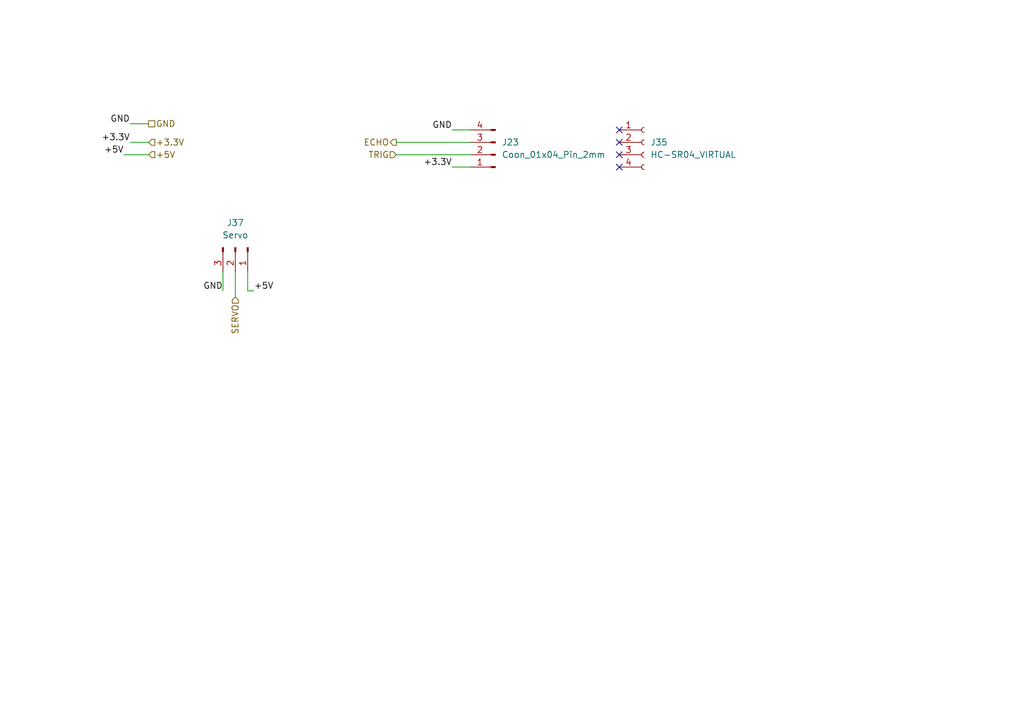
<source format=kicad_sch>
(kicad_sch (version 20231120) (generator "eeschema") (generator_version "8.0")
  (paper "A5")
  (title_block (title "Sensors") (date "2024-08-29") (rev "1.0") (company "Designed by CREPP-NLG"))
  (lib_symbols
    (symbol "CREPP_Connectors_2mm:Conn_01x04_Pin_JST" (pin_names (offset 1.016) hide)
      (property "Reference" "J" (at 0 5.08 0))
      (property "Value" "Coon_01x04_Pin_2mm" (at 0 -7.62 0))
      (symbol "Conn_01x04_Pin_JST_1_1"
        (polyline (pts (xy 1.27 -5.08) (xy 0.8636 -5.08)) (stroke (width 0.1524)))
        (polyline (pts (xy 1.27 -2.54) (xy 0.8636 -2.54)) (stroke (width 0.1524)))
        (polyline (pts (xy 1.27 0) (xy 0.8636 0)) (stroke (width 0.1524)))
        (polyline (pts (xy 1.27 2.54) (xy 0.8636 2.54)) (stroke (width 0.1524)))
        (rectangle (start 0.8636 -4.953) (end 0 -5.207) (stroke (width 0.1524)) (fill (type outline)))
        (rectangle (start 0.8636 -2.413) (end 0 -2.667) (stroke (width 0.1524)) (fill (type outline)))
        (rectangle (start 0.8636 0.127) (end 0 -0.127) (stroke (width 0.1524)) (fill (type outline)))
        (rectangle (start 0.8636 2.667) (end 0 2.413) (stroke (width 0.1524)) (fill (type outline)))
        (pin passive line (at 5.08 2.54 180) (length 3.81) (name "Pin_1") (number "1"))
        (pin passive line (at 5.08 0 180) (length 3.81) (name "Pin_2") (number "2"))
        (pin passive line (at 5.08 -2.54 180) (length 3.81) (name "Pin_3") (number "3"))
        (pin passive line (at 5.08 -5.08 180) (length 3.81) (name "Pin_4") (number "4"))
      )
    )
    (symbol "Connector:Conn_01x03_Pin" (pin_names (offset 1.016) hide)
      (property "Reference" "J" (at 0 5.08 0))
      (property "Value" "Conn_01x03_Pin" (at 0 -5.08 0))
      (symbol "Conn_01x03_Pin_1_1"
        (polyline (pts (xy 1.27 -2.54) (xy 0.8636 -2.54)) (stroke (width 0.1524)))
        (polyline (pts (xy 1.27 0) (xy 0.8636 0)) (stroke (width 0.1524)))
        (polyline (pts (xy 1.27 2.54) (xy 0.8636 2.54)) (stroke (width 0.1524)))
        (rectangle (start 0.8636 -2.413) (end 0 -2.667) (stroke (width 0.1524)) (fill (type outline)))
        (rectangle (start 0.8636 0.127) (end 0 -0.127) (stroke (width 0.1524)) (fill (type outline)))
        (rectangle (start 0.8636 2.667) (end 0 2.413) (stroke (width 0.1524)) (fill (type outline)))
        (pin passive line (at 5.08 2.54 180) (length 3.81) (name "Pin_1") (number "1"))
        (pin passive line (at 5.08 0 180) (length 3.81) (name "Pin_2") (number "2"))
        (pin passive line (at 5.08 -2.54 180) (length 3.81) (name "Pin_3") (number "3"))
      )
    )
    (symbol "Connector:Conn_01x04_Socket" (pin_names (offset 1.016) hide)
      (property "Reference" "J" (at 0 5.08 0))
      (property "Value" "Conn_01x04_Socket" (at 0 -7.62 0))
      (symbol "Conn_01x04_Socket_1_1"
        (arc (start 0 -4.572) (mid -0.5058 -5.08) (end 0 -5.588) (stroke (width 0.1524)))
        (arc (start 0 -2.032) (mid -0.5058 -2.54) (end 0 -3.048) (stroke (width 0.1524)))
        (polyline (pts (xy -1.27 -5.08) (xy -0.508 -5.08)) (stroke (width 0.1524)))
        (polyline (pts (xy -1.27 -2.54) (xy -0.508 -2.54)) (stroke (width 0.1524)))
        (polyline (pts (xy -1.27 0) (xy -0.508 0)) (stroke (width 0.1524)))
        (polyline (pts (xy -1.27 2.54) (xy -0.508 2.54)) (stroke (width 0.1524)))
        (arc (start 0 0.508) (mid -0.5058 0) (end 0 -0.508) (stroke (width 0.1524)))
        (arc (start 0 3.048) (mid -0.5058 2.54) (end 0 2.032) (stroke (width 0.1524)))
        (pin passive line (at -5.08 2.54 0) (length 3.81) (name "Pin_1") (number "1"))
        (pin passive line (at -5.08 0 0) (length 3.81) (name "Pin_2") (number "2"))
        (pin passive line (at -5.08 -2.54 0) (length 3.81) (name "Pin_3") (number "3"))
        (pin passive line (at -5.08 -5.08 0) (length 3.81) (name "Pin_4") (number "4"))
      )
    )
  )
  (no_connect (at 127 34.29))
  (no_connect (at 127 29.21))
  (no_connect (at 127 31.75))
  (no_connect (at 127 26.67))
  (wire (pts (xy 25.4 31.75) (xy 30.48 31.75)))
  (wire (pts (xy 92.71 34.29) (xy 96.52 34.29)))
  (wire (pts (xy 45.72 55.88) (xy 45.72 59.69)))
  (wire (pts (xy 92.71 26.67) (xy 96.52 26.67)))
  (wire (pts (xy 81.28 29.21) (xy 96.52 29.21)))
  (wire (pts (xy 50.8 59.69) (xy 52.07 59.69)))
  (wire (pts (xy 81.28 31.75) (xy 96.52 31.75)))
  (wire (pts (xy 50.8 55.88) (xy 50.8 59.69)))
  (wire (pts (xy 26.67 29.21) (xy 30.48 29.21)))
  (wire (pts (xy 48.26 55.88) (xy 48.26 60.96)))
  (wire (pts (xy 26.67 25.4) (xy 30.48 25.4)))
  (label "GND" (at 45.72 59.69 180))
  (label "GND" (at 26.67 25.4 180))
  (label "+5V" (at 25.4 31.75 180))
  (label "+3.3V" (at 92.71 34.29 180))
  (label "+3.3V" (at 26.67 29.21 180))
  (label "GND" (at 92.71 26.67 180))
  (label "+5V" (at 52.07 59.69 0))
  (hierarchical_label "TRIG" (shape input) (at 81.28 31.75 180))
  (hierarchical_label "+3.3V" (shape input) (at 30.48 29.21 0))
  (hierarchical_label "+5V" (shape input) (at 30.48 31.75 0))
  (hierarchical_label "GND" (shape passive) (at 30.48 25.4 0))
  (hierarchical_label "ECHO" (shape output) (at 81.28 29.21 180))
  (hierarchical_label "SERVO" (shape input) (at 48.26 60.96 270))
  (symbol (lib_id "CREPP_Connectors_2mm:Conn_01x04_Pin_JST") (at 101.6 31.75 180) (unit 1)
    (property "Reference" "J23" (at 102.87 29.2099 0) (effects (justify right)))
    (property "Value" "Coon_01x04_Pin_2mm" (at 102.87 31.7499 0) (effects (justify right)))
    (property "Footprint" "Connector_JST:JST_PH_B4B-PH-K_1x04_P2.00mm_Vertical" (effects (hide yes)))
    (property "Description" "Generic connector, single row, 01x04, script generated" (effects (hide yes)))
  )
  (symbol (lib_id "Connector:Conn_01x04_Socket") (at 132.08 29.21 0) (unit 1)
    (property "Reference" "J35" (at 133.35 29.2099 0) (effects (justify left)))
    (property "Value" "HC-SR04_VIRTUAL" (at 133.35 31.7499 0) (effects (justify left)))
    (property "Footprint" "Connector_PinSocket_2.54mm:PinSocket_1x04_P2.54mm_Vertical" (effects (hide yes)))
    (property "Description" "Generic connector, single row, 01x04, script generated" (effects (hide yes)))
  )
  (symbol (lib_id "Connector:Conn_01x03_Pin") (at 48.26 50.8 270) (unit 1)
    (property "Reference" "J37" (at 48.26 45.72 90))
    (property "Value" "Servo" (at 48.26 48.26 90))
    (property "Footprint" "Connector_PinHeader_2.54mm:PinHeader_1x03_P2.54mm_Vertical" (effects (hide yes)))
    (property "Description" "Generic connector, single row, 01x03, script generated" (effects (hide yes)))
  )
)
</source>
